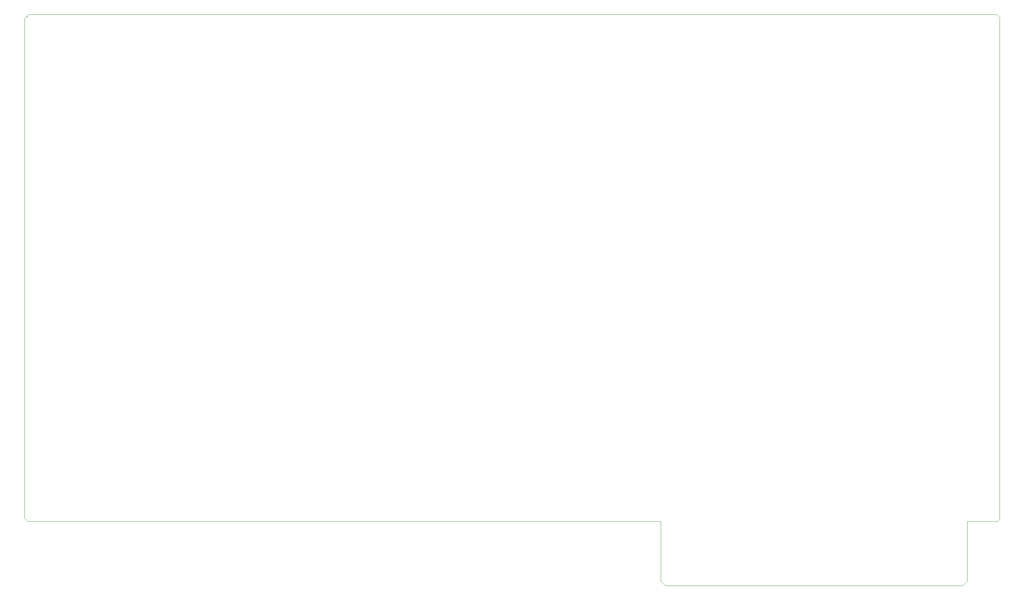
<source format=gko>
G04*
G04 #@! TF.GenerationSoftware,Altium Limited,Altium Designer,23.6.0 (18)*
G04*
G04 Layer_Color=16711935*
%FSLAX44Y44*%
%MOMM*%
G71*
G04*
G04 #@! TF.SameCoordinates,35715F93-6BA4-45ED-89E8-8F7F27010EA2*
G04*
G04*
G04 #@! TF.FilePolarity,Positive*
G04*
G01*
G75*
%ADD10C,0.1000*%
D10*
X1896750Y336250D02*
X1897000Y336000D01*
X2641000Y178000D02*
X2652000Y189000D01*
Y336250D01*
X1908000Y178000D02*
X2641000D01*
X1897000Y189000D02*
X1908000Y178000D01*
X1897000Y189000D02*
Y336000D01*
X2731500Y341500D02*
Y448750D01*
X2726250Y336250D02*
X2731500Y341500D01*
X2723875Y336250D02*
X2726250D01*
X2652000D02*
X2682375D01*
X2723875D01*
X2731500Y1577500D02*
X2731500Y448750D01*
X2724000Y1585000D02*
X2731500Y1577500D01*
X331500Y1574500D02*
X342000Y1585000D01*
X2724000D01*
X338750Y336250D02*
X1896750D01*
X331500Y343500D02*
X338750Y336250D01*
X331500Y343500D02*
Y1574500D01*
M02*

</source>
